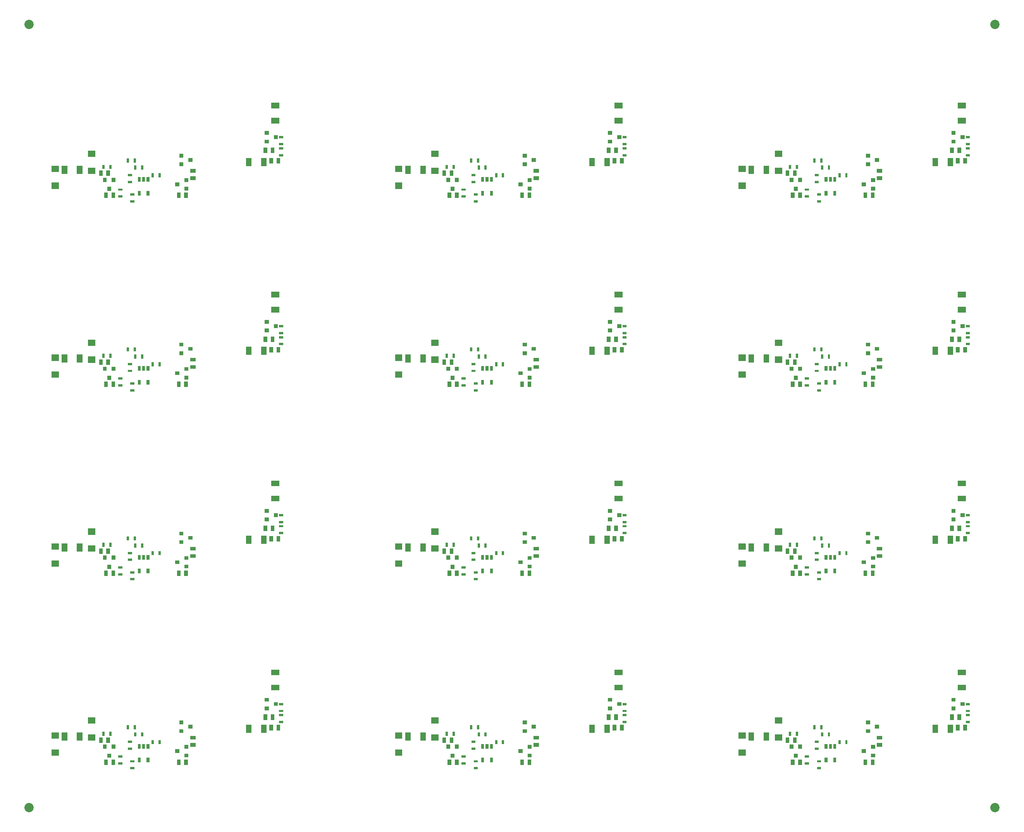
<source format=gbp>
*
%FSLAX36Y36*%
%MOIN*%
%ADD10R,0.019690X0.019690*%
%ADD11R,0.031500X0.031500*%
%ADD12R,0.032000X0.032000*%
%ADD13R,0.054000X0.054000*%
%ADD14R,0.048000X0.048000*%
%ADD15R,0.024000X0.024000*%
%ADD16C,0.079921*%
%IPPOS*%
%LNgbp*%
%LPD*%
G75*
G54D10*
X1137010Y446800D02*
X1152750D01*
X1137010Y387750D02*
X1152750D01*
X1157010Y279800D02*
X1172750D01*
X1157010Y220750D02*
X1172750D01*
X1052010Y321800D02*
X1067750D01*
X1052010Y262750D02*
X1067750D01*
X2437330Y617980D02*
X2453070D01*
X2437330Y677030D02*
X2453070D01*
X2437330Y712980D02*
X2453070D01*
X2437330Y772030D02*
X2453070D01*
X974400Y509410D02*
Y525150D01*
X915350Y509410D02*
Y525150D01*
X1125350Y564410D02*
Y580150D01*
X1184400Y564410D02*
Y580150D01*
X1340470Y437240D02*
Y452980D01*
X1399520Y437240D02*
Y452980D01*
X1190470Y503420D02*
Y519160D01*
X1249520Y503420D02*
Y519160D01*
G54D11*
X1677010Y420780D02*
X1692750D01*
X1677010Y483770D02*
X1692750D01*
G54D12*
X927880Y404280D02*
Y408280D01*
X1001880Y404280D02*
Y408280D01*
X964880Y326280D02*
Y330280D01*
G54D13*
X497500Y501110D02*
X506500D01*
X497500Y355110D02*
X506500D01*
X810380Y484280D02*
X819380D01*
X810380Y630280D02*
X819380D01*
G54D14*
X2382000Y1045000D02*
X2404000D01*
X2382000Y915000D02*
X2404000D01*
X711000Y482110D02*
Y504110D01*
X581000Y482110D02*
Y504110D01*
X2165000Y549000D02*
Y571000D01*
X2295000Y549000D02*
Y571000D01*
G54D12*
X1583880Y540280D02*
X1587880D01*
X1583880Y614280D02*
X1587880D01*
X1661880Y577280D02*
X1665880D01*
X1626880Y404280D02*
X1630880D01*
X1626880Y330280D02*
X1630880D01*
X1548880Y367280D02*
X1552880D01*
X2319200Y735510D02*
X2323200D01*
X2319200Y809510D02*
X2323200D01*
X2397200Y772510D02*
X2401200D01*
G54D11*
X956370Y454410D02*
Y470150D01*
X893380Y454410D02*
Y470150D01*
X1626370Y264410D02*
Y280150D01*
X1563380Y264410D02*
Y280150D01*
X938380Y264410D02*
Y280150D01*
X1001370Y264410D02*
Y280150D01*
X2308500Y652130D02*
Y667870D01*
X2371490Y652130D02*
Y667870D01*
X2421490Y562130D02*
Y577870D01*
X2358500Y562130D02*
Y577870D01*
G54D15*
X1224590Y401160D02*
Y417160D01*
X1262000Y401160D02*
Y417160D01*
X1299400Y401160D02*
Y417160D01*
Y283050D02*
Y299050D01*
X1224590Y283050D02*
Y299050D01*
G54D10*
X1137010Y2072780D02*
X1152750D01*
X1137010Y2013730D02*
X1152750D01*
X1157010Y1905780D02*
X1172750D01*
X1157010Y1846730D02*
X1172750D01*
X1052010Y1947780D02*
X1067750D01*
X1052010Y1888730D02*
X1067750D01*
X2437330Y2243960D02*
X2453070D01*
X2437330Y2303010D02*
X2453070D01*
X2437330Y2338960D02*
X2453070D01*
X2437330Y2398010D02*
X2453070D01*
X974400Y2135390D02*
Y2151130D01*
X915350Y2135390D02*
Y2151130D01*
X1125350Y2190390D02*
Y2206130D01*
X1184400Y2190390D02*
Y2206130D01*
X1340470Y2063220D02*
Y2078960D01*
X1399520Y2063220D02*
Y2078960D01*
X1190470Y2129400D02*
Y2145140D01*
X1249520Y2129400D02*
Y2145140D01*
G54D11*
X1677010Y2046760D02*
X1692750D01*
X1677010Y2109750D02*
X1692750D01*
G54D12*
X927880Y2030260D02*
Y2034260D01*
X1001880Y2030260D02*
Y2034260D01*
X964880Y1952260D02*
Y1956260D01*
G54D13*
X497500Y2127090D02*
X506500D01*
X497500Y1981090D02*
X506500D01*
X810380Y2110260D02*
X819380D01*
X810380Y2256260D02*
X819380D01*
G54D14*
X2382000Y2670980D02*
X2404000D01*
X2382000Y2540980D02*
X2404000D01*
X711000Y2108090D02*
Y2130090D01*
X581000Y2108090D02*
Y2130090D01*
X2165000Y2174980D02*
Y2196980D01*
X2295000Y2174980D02*
Y2196980D01*
G54D12*
X1583880Y2166260D02*
X1587880D01*
X1583880Y2240260D02*
X1587880D01*
X1661880Y2203260D02*
X1665880D01*
X1626880Y2030260D02*
X1630880D01*
X1626880Y1956260D02*
X1630880D01*
X1548880Y1993260D02*
X1552880D01*
X2319200Y2361490D02*
X2323200D01*
X2319200Y2435490D02*
X2323200D01*
X2397200Y2398490D02*
X2401200D01*
G54D11*
X956370Y2080390D02*
Y2096130D01*
X893380Y2080390D02*
Y2096130D01*
X1626370Y1890390D02*
Y1906130D01*
X1563380Y1890390D02*
Y1906130D01*
X938380Y1890390D02*
Y1906130D01*
X1001370Y1890390D02*
Y1906130D01*
X2308500Y2278110D02*
Y2293850D01*
X2371490Y2278110D02*
Y2293850D01*
X2421490Y2188110D02*
Y2203850D01*
X2358500Y2188110D02*
Y2203850D01*
G54D15*
X1224590Y2027140D02*
Y2043140D01*
X1262000Y2027140D02*
Y2043140D01*
X1299400Y2027140D02*
Y2043140D01*
Y1909030D02*
Y1925030D01*
X1224590Y1909030D02*
Y1925030D01*
G54D10*
X1137010Y3698761D02*
X1152750D01*
X1137010Y3639711D02*
X1152750D01*
X1157010Y3531761D02*
X1172750D01*
X1157010Y3472711D02*
X1172750D01*
X1052010Y3573761D02*
X1067750D01*
X1052010Y3514711D02*
X1067750D01*
X2437330Y3869941D02*
X2453070D01*
X2437330Y3928991D02*
X2453070D01*
X2437330Y3964941D02*
X2453070D01*
X2437330Y4023991D02*
X2453070D01*
X974400Y3761371D02*
Y3777111D01*
X915350Y3761371D02*
Y3777111D01*
X1125350Y3816371D02*
Y3832111D01*
X1184400Y3816371D02*
Y3832111D01*
X1340470Y3689201D02*
Y3704941D01*
X1399520Y3689201D02*
Y3704941D01*
X1190470Y3755381D02*
Y3771121D01*
X1249520Y3755381D02*
Y3771121D01*
G54D11*
X1677010Y3672741D02*
X1692750D01*
X1677010Y3735731D02*
X1692750D01*
G54D12*
X927880Y3656241D02*
Y3660241D01*
X1001880Y3656241D02*
Y3660241D01*
X964880Y3578241D02*
Y3582241D01*
G54D13*
X497500Y3753071D02*
X506500D01*
X497500Y3607071D02*
X506500D01*
X810380Y3736241D02*
X819380D01*
X810380Y3882241D02*
X819380D01*
G54D14*
X2382000Y4296961D02*
X2404000D01*
X2382000Y4166961D02*
X2404000D01*
X711000Y3734071D02*
Y3756071D01*
X581000Y3734071D02*
Y3756071D01*
X2165000Y3800961D02*
Y3822961D01*
X2295000Y3800961D02*
Y3822961D01*
G54D12*
X1583880Y3792241D02*
X1587880D01*
X1583880Y3866241D02*
X1587880D01*
X1661880Y3829241D02*
X1665880D01*
X1626880Y3656241D02*
X1630880D01*
X1626880Y3582241D02*
X1630880D01*
X1548880Y3619241D02*
X1552880D01*
X2319200Y3987471D02*
X2323200D01*
X2319200Y4061471D02*
X2323200D01*
X2397200Y4024471D02*
X2401200D01*
G54D11*
X956370Y3706371D02*
Y3722111D01*
X893380Y3706371D02*
Y3722111D01*
X1626370Y3516371D02*
Y3532111D01*
X1563380Y3516371D02*
Y3532111D01*
X938380Y3516371D02*
Y3532111D01*
X1001370Y3516371D02*
Y3532111D01*
X2308500Y3904091D02*
Y3919831D01*
X2371490Y3904091D02*
Y3919831D01*
X2421490Y3814091D02*
Y3829831D01*
X2358500Y3814091D02*
Y3829831D01*
G54D15*
X1224590Y3653121D02*
Y3669121D01*
X1262000Y3653121D02*
Y3669121D01*
X1299400Y3653121D02*
Y3669121D01*
Y3535011D02*
Y3551011D01*
X1224590Y3535011D02*
Y3551011D01*
G54D10*
X1137010Y5324741D02*
X1152750D01*
X1137010Y5265691D02*
X1152750D01*
X1157010Y5157741D02*
X1172750D01*
X1157010Y5098691D02*
X1172750D01*
X1052010Y5199741D02*
X1067750D01*
X1052010Y5140691D02*
X1067750D01*
X2437330Y5495921D02*
X2453070D01*
X2437330Y5554971D02*
X2453070D01*
X2437330Y5590921D02*
X2453070D01*
X2437330Y5649971D02*
X2453070D01*
X974400Y5387351D02*
Y5403091D01*
X915350Y5387351D02*
Y5403091D01*
X1125350Y5442351D02*
Y5458091D01*
X1184400Y5442351D02*
Y5458091D01*
X1340470Y5315181D02*
Y5330921D01*
X1399520Y5315181D02*
Y5330921D01*
X1190470Y5381361D02*
Y5397101D01*
X1249520Y5381361D02*
Y5397101D01*
G54D11*
X1677010Y5298721D02*
X1692750D01*
X1677010Y5361711D02*
X1692750D01*
G54D12*
X927880Y5282221D02*
Y5286221D01*
X1001880Y5282221D02*
Y5286221D01*
X964880Y5204221D02*
Y5208221D01*
G54D13*
X497500Y5379051D02*
X506500D01*
X497500Y5233051D02*
X506500D01*
X810380Y5362221D02*
X819380D01*
X810380Y5508221D02*
X819380D01*
G54D14*
X2382000Y5922941D02*
X2404000D01*
X2382000Y5792941D02*
X2404000D01*
X711000Y5360051D02*
Y5382051D01*
X581000Y5360051D02*
Y5382051D01*
X2165000Y5426941D02*
Y5448941D01*
X2295000Y5426941D02*
Y5448941D01*
G54D12*
X1583880Y5418221D02*
X1587880D01*
X1583880Y5492221D02*
X1587880D01*
X1661880Y5455221D02*
X1665880D01*
X1626880Y5282221D02*
X1630880D01*
X1626880Y5208221D02*
X1630880D01*
X1548880Y5245221D02*
X1552880D01*
X2319200Y5613451D02*
X2323200D01*
X2319200Y5687451D02*
X2323200D01*
X2397200Y5650451D02*
X2401200D01*
G54D11*
X956370Y5332351D02*
Y5348091D01*
X893380Y5332351D02*
Y5348091D01*
X1626370Y5142351D02*
Y5158091D01*
X1563380Y5142351D02*
Y5158091D01*
X938380Y5142351D02*
Y5158091D01*
X1001370Y5142351D02*
Y5158091D01*
X2308500Y5530071D02*
Y5545811D01*
X2371490Y5530071D02*
Y5545811D01*
X2421490Y5440071D02*
Y5455811D01*
X2358500Y5440071D02*
Y5455811D01*
G54D15*
X1224590Y5279101D02*
Y5295101D01*
X1262000Y5279101D02*
Y5295101D01*
X1299400Y5279101D02*
Y5295101D01*
Y5160991D02*
Y5176991D01*
X1224590Y5160991D02*
Y5176991D01*
G54D10*
X4090939Y446800D02*
X4106679D01*
X4090939Y387750D02*
X4106679D01*
X4110939Y279800D02*
X4126679D01*
X4110939Y220750D02*
X4126679D01*
X4005939Y321800D02*
X4021679D01*
X4005939Y262750D02*
X4021679D01*
X5391259Y617980D02*
X5406999D01*
X5391259Y677030D02*
X5406999D01*
X5391259Y712980D02*
X5406999D01*
X5391259Y772030D02*
X5406999D01*
X3928329Y509410D02*
Y525150D01*
X3869279Y509410D02*
Y525150D01*
X4079279Y564410D02*
Y580150D01*
X4138329Y564410D02*
Y580150D01*
X4294399Y437240D02*
Y452980D01*
X4353449Y437240D02*
Y452980D01*
X4144399Y503420D02*
Y519160D01*
X4203449Y503420D02*
Y519160D01*
G54D11*
X4630939Y420780D02*
X4646679D01*
X4630939Y483770D02*
X4646679D01*
G54D12*
X3881809Y404280D02*
Y408280D01*
X3955809Y404280D02*
Y408280D01*
X3918809Y326280D02*
Y330280D01*
G54D13*
X3451429Y501110D02*
X3460429D01*
X3451429Y355110D02*
X3460429D01*
X3764309Y484280D02*
X3773309D01*
X3764309Y630280D02*
X3773309D01*
G54D14*
X5335929Y1045000D02*
X5357929D01*
X5335929Y915000D02*
X5357929D01*
X3664929Y482110D02*
Y504110D01*
X3534929Y482110D02*
Y504110D01*
X5118929Y549000D02*
Y571000D01*
X5248929Y549000D02*
Y571000D01*
G54D12*
X4537809Y540280D02*
X4541809D01*
X4537809Y614280D02*
X4541809D01*
X4615809Y577280D02*
X4619809D01*
X4580809Y404280D02*
X4584809D01*
X4580809Y330280D02*
X4584809D01*
X4502809Y367280D02*
X4506809D01*
X5273129Y735510D02*
X5277129D01*
X5273129Y809510D02*
X5277129D01*
X5351129Y772510D02*
X5355129D01*
G54D11*
X3910299Y454410D02*
Y470150D01*
X3847309Y454410D02*
Y470150D01*
X4580299Y264410D02*
Y280150D01*
X4517309Y264410D02*
Y280150D01*
X3892309Y264410D02*
Y280150D01*
X3955299Y264410D02*
Y280150D01*
X5262429Y652130D02*
Y667870D01*
X5325419Y652130D02*
Y667870D01*
X5375419Y562130D02*
Y577870D01*
X5312429Y562130D02*
Y577870D01*
G54D15*
X4178519Y401160D02*
Y417160D01*
X4215929Y401160D02*
Y417160D01*
X4253329Y401160D02*
Y417160D01*
Y283050D02*
Y299050D01*
X4178519Y283050D02*
Y299050D01*
G54D10*
X4090939Y2072780D02*
X4106679D01*
X4090939Y2013730D02*
X4106679D01*
X4110939Y1905780D02*
X4126679D01*
X4110939Y1846730D02*
X4126679D01*
X4005939Y1947780D02*
X4021679D01*
X4005939Y1888730D02*
X4021679D01*
X5391259Y2243960D02*
X5406999D01*
X5391259Y2303010D02*
X5406999D01*
X5391259Y2338960D02*
X5406999D01*
X5391259Y2398010D02*
X5406999D01*
X3928329Y2135390D02*
Y2151130D01*
X3869279Y2135390D02*
Y2151130D01*
X4079279Y2190390D02*
Y2206130D01*
X4138329Y2190390D02*
Y2206130D01*
X4294399Y2063220D02*
Y2078960D01*
X4353449Y2063220D02*
Y2078960D01*
X4144399Y2129400D02*
Y2145140D01*
X4203449Y2129400D02*
Y2145140D01*
G54D11*
X4630939Y2046760D02*
X4646679D01*
X4630939Y2109750D02*
X4646679D01*
G54D12*
X3881809Y2030260D02*
Y2034260D01*
X3955809Y2030260D02*
Y2034260D01*
X3918809Y1952260D02*
Y1956260D01*
G54D13*
X3451429Y2127090D02*
X3460429D01*
X3451429Y1981090D02*
X3460429D01*
X3764309Y2110260D02*
X3773309D01*
X3764309Y2256260D02*
X3773309D01*
G54D14*
X5335929Y2670980D02*
X5357929D01*
X5335929Y2540980D02*
X5357929D01*
X3664929Y2108090D02*
Y2130090D01*
X3534929Y2108090D02*
Y2130090D01*
X5118929Y2174980D02*
Y2196980D01*
X5248929Y2174980D02*
Y2196980D01*
G54D12*
X4537809Y2166260D02*
X4541809D01*
X4537809Y2240260D02*
X4541809D01*
X4615809Y2203260D02*
X4619809D01*
X4580809Y2030260D02*
X4584809D01*
X4580809Y1956260D02*
X4584809D01*
X4502809Y1993260D02*
X4506809D01*
X5273129Y2361490D02*
X5277129D01*
X5273129Y2435490D02*
X5277129D01*
X5351129Y2398490D02*
X5355129D01*
G54D11*
X3910299Y2080390D02*
Y2096130D01*
X3847309Y2080390D02*
Y2096130D01*
X4580299Y1890390D02*
Y1906130D01*
X4517309Y1890390D02*
Y1906130D01*
X3892309Y1890390D02*
Y1906130D01*
X3955299Y1890390D02*
Y1906130D01*
X5262429Y2278110D02*
Y2293850D01*
X5325419Y2278110D02*
Y2293850D01*
X5375419Y2188110D02*
Y2203850D01*
X5312429Y2188110D02*
Y2203850D01*
G54D15*
X4178519Y2027140D02*
Y2043140D01*
X4215929Y2027140D02*
Y2043140D01*
X4253329Y2027140D02*
Y2043140D01*
Y1909030D02*
Y1925030D01*
X4178519Y1909030D02*
Y1925030D01*
G54D10*
X4090939Y3698761D02*
X4106679D01*
X4090939Y3639711D02*
X4106679D01*
X4110939Y3531761D02*
X4126679D01*
X4110939Y3472711D02*
X4126679D01*
X4005939Y3573761D02*
X4021679D01*
X4005939Y3514711D02*
X4021679D01*
X5391259Y3869941D02*
X5406999D01*
X5391259Y3928991D02*
X5406999D01*
X5391259Y3964941D02*
X5406999D01*
X5391259Y4023991D02*
X5406999D01*
X3928329Y3761371D02*
Y3777111D01*
X3869279Y3761371D02*
Y3777111D01*
X4079279Y3816371D02*
Y3832111D01*
X4138329Y3816371D02*
Y3832111D01*
X4294399Y3689201D02*
Y3704941D01*
X4353449Y3689201D02*
Y3704941D01*
X4144399Y3755381D02*
Y3771121D01*
X4203449Y3755381D02*
Y3771121D01*
G54D11*
X4630939Y3672741D02*
X4646679D01*
X4630939Y3735731D02*
X4646679D01*
G54D12*
X3881809Y3656241D02*
Y3660241D01*
X3955809Y3656241D02*
Y3660241D01*
X3918809Y3578241D02*
Y3582241D01*
G54D13*
X3451429Y3753071D02*
X3460429D01*
X3451429Y3607071D02*
X3460429D01*
X3764309Y3736241D02*
X3773309D01*
X3764309Y3882241D02*
X3773309D01*
G54D14*
X5335929Y4296961D02*
X5357929D01*
X5335929Y4166961D02*
X5357929D01*
X3664929Y3734071D02*
Y3756071D01*
X3534929Y3734071D02*
Y3756071D01*
X5118929Y3800961D02*
Y3822961D01*
X5248929Y3800961D02*
Y3822961D01*
G54D12*
X4537809Y3792241D02*
X4541809D01*
X4537809Y3866241D02*
X4541809D01*
X4615809Y3829241D02*
X4619809D01*
X4580809Y3656241D02*
X4584809D01*
X4580809Y3582241D02*
X4584809D01*
X4502809Y3619241D02*
X4506809D01*
X5273129Y3987471D02*
X5277129D01*
X5273129Y4061471D02*
X5277129D01*
X5351129Y4024471D02*
X5355129D01*
G54D11*
X3910299Y3706371D02*
Y3722111D01*
X3847309Y3706371D02*
Y3722111D01*
X4580299Y3516371D02*
Y3532111D01*
X4517309Y3516371D02*
Y3532111D01*
X3892309Y3516371D02*
Y3532111D01*
X3955299Y3516371D02*
Y3532111D01*
X5262429Y3904091D02*
Y3919831D01*
X5325419Y3904091D02*
Y3919831D01*
X5375419Y3814091D02*
Y3829831D01*
X5312429Y3814091D02*
Y3829831D01*
G54D15*
X4178519Y3653121D02*
Y3669121D01*
X4215929Y3653121D02*
Y3669121D01*
X4253329Y3653121D02*
Y3669121D01*
Y3535011D02*
Y3551011D01*
X4178519Y3535011D02*
Y3551011D01*
G54D10*
X4090939Y5324741D02*
X4106679D01*
X4090939Y5265691D02*
X4106679D01*
X4110939Y5157741D02*
X4126679D01*
X4110939Y5098691D02*
X4126679D01*
X4005939Y5199741D02*
X4021679D01*
X4005939Y5140691D02*
X4021679D01*
X5391259Y5495921D02*
X5406999D01*
X5391259Y5554971D02*
X5406999D01*
X5391259Y5590921D02*
X5406999D01*
X5391259Y5649971D02*
X5406999D01*
X3928329Y5387351D02*
Y5403091D01*
X3869279Y5387351D02*
Y5403091D01*
X4079279Y5442351D02*
Y5458091D01*
X4138329Y5442351D02*
Y5458091D01*
X4294399Y5315181D02*
Y5330921D01*
X4353449Y5315181D02*
Y5330921D01*
X4144399Y5381361D02*
Y5397101D01*
X4203449Y5381361D02*
Y5397101D01*
G54D11*
X4630939Y5298721D02*
X4646679D01*
X4630939Y5361711D02*
X4646679D01*
G54D12*
X3881809Y5282221D02*
Y5286221D01*
X3955809Y5282221D02*
Y5286221D01*
X3918809Y5204221D02*
Y5208221D01*
G54D13*
X3451429Y5379051D02*
X3460429D01*
X3451429Y5233051D02*
X3460429D01*
X3764309Y5362221D02*
X3773309D01*
X3764309Y5508221D02*
X3773309D01*
G54D14*
X5335929Y5922941D02*
X5357929D01*
X5335929Y5792941D02*
X5357929D01*
X3664929Y5360051D02*
Y5382051D01*
X3534929Y5360051D02*
Y5382051D01*
X5118929Y5426941D02*
Y5448941D01*
X5248929Y5426941D02*
Y5448941D01*
G54D12*
X4537809Y5418221D02*
X4541809D01*
X4537809Y5492221D02*
X4541809D01*
X4615809Y5455221D02*
X4619809D01*
X4580809Y5282221D02*
X4584809D01*
X4580809Y5208221D02*
X4584809D01*
X4502809Y5245221D02*
X4506809D01*
X5273129Y5613451D02*
X5277129D01*
X5273129Y5687451D02*
X5277129D01*
X5351129Y5650451D02*
X5355129D01*
G54D11*
X3910299Y5332351D02*
Y5348091D01*
X3847309Y5332351D02*
Y5348091D01*
X4580299Y5142351D02*
Y5158091D01*
X4517309Y5142351D02*
Y5158091D01*
X3892309Y5142351D02*
Y5158091D01*
X3955299Y5142351D02*
Y5158091D01*
X5262429Y5530071D02*
Y5545811D01*
X5325419Y5530071D02*
Y5545811D01*
X5375419Y5440071D02*
Y5455811D01*
X5312429Y5440071D02*
Y5455811D01*
G54D15*
X4178519Y5279101D02*
Y5295101D01*
X4215929Y5279101D02*
Y5295101D01*
X4253329Y5279101D02*
Y5295101D01*
Y5160991D02*
Y5176991D01*
X4178519Y5160991D02*
Y5176991D01*
G54D10*
X7044868Y446800D02*
X7060608D01*
X7044868Y387750D02*
X7060608D01*
X7064868Y279800D02*
X7080608D01*
X7064868Y220750D02*
X7080608D01*
X6959868Y321800D02*
X6975608D01*
X6959868Y262750D02*
X6975608D01*
X8345188Y617980D02*
X8360928D01*
X8345188Y677030D02*
X8360928D01*
X8345188Y712980D02*
X8360928D01*
X8345188Y772030D02*
X8360928D01*
X6882258Y509410D02*
Y525150D01*
X6823208Y509410D02*
Y525150D01*
X7033208Y564410D02*
Y580150D01*
X7092258Y564410D02*
Y580150D01*
X7248328Y437240D02*
Y452980D01*
X7307378Y437240D02*
Y452980D01*
X7098328Y503420D02*
Y519160D01*
X7157378Y503420D02*
Y519160D01*
G54D11*
X7584868Y420780D02*
X7600608D01*
X7584868Y483770D02*
X7600608D01*
G54D12*
X6835738Y404280D02*
Y408280D01*
X6909738Y404280D02*
Y408280D01*
X6872738Y326280D02*
Y330280D01*
G54D13*
X6405358Y501110D02*
X6414358D01*
X6405358Y355110D02*
X6414358D01*
X6718238Y484280D02*
X6727238D01*
X6718238Y630280D02*
X6727238D01*
G54D14*
X8289858Y1045000D02*
X8311858D01*
X8289858Y915000D02*
X8311858D01*
X6618858Y482110D02*
Y504110D01*
X6488858Y482110D02*
Y504110D01*
X8072858Y549000D02*
Y571000D01*
X8202858Y549000D02*
Y571000D01*
G54D12*
X7491738Y540280D02*
X7495738D01*
X7491738Y614280D02*
X7495738D01*
X7569738Y577280D02*
X7573738D01*
X7534738Y404280D02*
X7538738D01*
X7534738Y330280D02*
X7538738D01*
X7456738Y367280D02*
X7460738D01*
X8227058Y735510D02*
X8231058D01*
X8227058Y809510D02*
X8231058D01*
X8305058Y772510D02*
X8309058D01*
G54D11*
X6864228Y454410D02*
Y470150D01*
X6801238Y454410D02*
Y470150D01*
X7534228Y264410D02*
Y280150D01*
X7471238Y264410D02*
Y280150D01*
X6846238Y264410D02*
Y280150D01*
X6909228Y264410D02*
Y280150D01*
X8216358Y652130D02*
Y667870D01*
X8279348Y652130D02*
Y667870D01*
X8329348Y562130D02*
Y577870D01*
X8266358Y562130D02*
Y577870D01*
G54D15*
X7132448Y401160D02*
Y417160D01*
X7169858Y401160D02*
Y417160D01*
X7207258Y401160D02*
Y417160D01*
Y283050D02*
Y299050D01*
X7132448Y283050D02*
Y299050D01*
G54D10*
X7044868Y2072780D02*
X7060608D01*
X7044868Y2013730D02*
X7060608D01*
X7064868Y1905780D02*
X7080608D01*
X7064868Y1846730D02*
X7080608D01*
X6959868Y1947780D02*
X6975608D01*
X6959868Y1888730D02*
X6975608D01*
X8345188Y2243960D02*
X8360928D01*
X8345188Y2303010D02*
X8360928D01*
X8345188Y2338960D02*
X8360928D01*
X8345188Y2398010D02*
X8360928D01*
X6882258Y2135390D02*
Y2151130D01*
X6823208Y2135390D02*
Y2151130D01*
X7033208Y2190390D02*
Y2206130D01*
X7092258Y2190390D02*
Y2206130D01*
X7248328Y2063220D02*
Y2078960D01*
X7307378Y2063220D02*
Y2078960D01*
X7098328Y2129400D02*
Y2145140D01*
X7157378Y2129400D02*
Y2145140D01*
G54D11*
X7584868Y2046760D02*
X7600608D01*
X7584868Y2109750D02*
X7600608D01*
G54D12*
X6835738Y2030260D02*
Y2034260D01*
X6909738Y2030260D02*
Y2034260D01*
X6872738Y1952260D02*
Y1956260D01*
G54D13*
X6405358Y2127090D02*
X6414358D01*
X6405358Y1981090D02*
X6414358D01*
X6718238Y2110260D02*
X6727238D01*
X6718238Y2256260D02*
X6727238D01*
G54D14*
X8289858Y2670980D02*
X8311858D01*
X8289858Y2540980D02*
X8311858D01*
X6618858Y2108090D02*
Y2130090D01*
X6488858Y2108090D02*
Y2130090D01*
X8072858Y2174980D02*
Y2196980D01*
X8202858Y2174980D02*
Y2196980D01*
G54D12*
X7491738Y2166260D02*
X7495738D01*
X7491738Y2240260D02*
X7495738D01*
X7569738Y2203260D02*
X7573738D01*
X7534738Y2030260D02*
X7538738D01*
X7534738Y1956260D02*
X7538738D01*
X7456738Y1993260D02*
X7460738D01*
X8227058Y2361490D02*
X8231058D01*
X8227058Y2435490D02*
X8231058D01*
X8305058Y2398490D02*
X8309058D01*
G54D11*
X6864228Y2080390D02*
Y2096130D01*
X6801238Y2080390D02*
Y2096130D01*
X7534228Y1890390D02*
Y1906130D01*
X7471238Y1890390D02*
Y1906130D01*
X6846238Y1890390D02*
Y1906130D01*
X6909228Y1890390D02*
Y1906130D01*
X8216358Y2278110D02*
Y2293850D01*
X8279348Y2278110D02*
Y2293850D01*
X8329348Y2188110D02*
Y2203850D01*
X8266358Y2188110D02*
Y2203850D01*
G54D15*
X7132448Y2027140D02*
Y2043140D01*
X7169858Y2027140D02*
Y2043140D01*
X7207258Y2027140D02*
Y2043140D01*
Y1909030D02*
Y1925030D01*
X7132448Y1909030D02*
Y1925030D01*
G54D10*
X7044868Y3698761D02*
X7060608D01*
X7044868Y3639711D02*
X7060608D01*
X7064868Y3531761D02*
X7080608D01*
X7064868Y3472711D02*
X7080608D01*
X6959868Y3573761D02*
X6975608D01*
X6959868Y3514711D02*
X6975608D01*
X8345188Y3869941D02*
X8360928D01*
X8345188Y3928991D02*
X8360928D01*
X8345188Y3964941D02*
X8360928D01*
X8345188Y4023991D02*
X8360928D01*
X6882258Y3761371D02*
Y3777111D01*
X6823208Y3761371D02*
Y3777111D01*
X7033208Y3816371D02*
Y3832111D01*
X7092258Y3816371D02*
Y3832111D01*
X7248328Y3689201D02*
Y3704941D01*
X7307378Y3689201D02*
Y3704941D01*
X7098328Y3755381D02*
Y3771121D01*
X7157378Y3755381D02*
Y3771121D01*
G54D11*
X7584868Y3672741D02*
X7600608D01*
X7584868Y3735731D02*
X7600608D01*
G54D12*
X6835738Y3656241D02*
Y3660241D01*
X6909738Y3656241D02*
Y3660241D01*
X6872738Y3578241D02*
Y3582241D01*
G54D13*
X6405358Y3753071D02*
X6414358D01*
X6405358Y3607071D02*
X6414358D01*
X6718238Y3736241D02*
X6727238D01*
X6718238Y3882241D02*
X6727238D01*
G54D14*
X8289858Y4296961D02*
X8311858D01*
X8289858Y4166961D02*
X8311858D01*
X6618858Y3734071D02*
Y3756071D01*
X6488858Y3734071D02*
Y3756071D01*
X8072858Y3800961D02*
Y3822961D01*
X8202858Y3800961D02*
Y3822961D01*
G54D12*
X7491738Y3792241D02*
X7495738D01*
X7491738Y3866241D02*
X7495738D01*
X7569738Y3829241D02*
X7573738D01*
X7534738Y3656241D02*
X7538738D01*
X7534738Y3582241D02*
X7538738D01*
X7456738Y3619241D02*
X7460738D01*
X8227058Y3987471D02*
X8231058D01*
X8227058Y4061471D02*
X8231058D01*
X8305058Y4024471D02*
X8309058D01*
G54D11*
X6864228Y3706371D02*
Y3722111D01*
X6801238Y3706371D02*
Y3722111D01*
X7534228Y3516371D02*
Y3532111D01*
X7471238Y3516371D02*
Y3532111D01*
X6846238Y3516371D02*
Y3532111D01*
X6909228Y3516371D02*
Y3532111D01*
X8216358Y3904091D02*
Y3919831D01*
X8279348Y3904091D02*
Y3919831D01*
X8329348Y3814091D02*
Y3829831D01*
X8266358Y3814091D02*
Y3829831D01*
G54D15*
X7132448Y3653121D02*
Y3669121D01*
X7169858Y3653121D02*
Y3669121D01*
X7207258Y3653121D02*
Y3669121D01*
Y3535011D02*
Y3551011D01*
X7132448Y3535011D02*
Y3551011D01*
G54D10*
X7044868Y5324741D02*
X7060608D01*
X7044868Y5265691D02*
X7060608D01*
X7064868Y5157741D02*
X7080608D01*
X7064868Y5098691D02*
X7080608D01*
X6959868Y5199741D02*
X6975608D01*
X6959868Y5140691D02*
X6975608D01*
X8345188Y5495921D02*
X8360928D01*
X8345188Y5554971D02*
X8360928D01*
X8345188Y5590921D02*
X8360928D01*
X8345188Y5649971D02*
X8360928D01*
X6882258Y5387351D02*
Y5403091D01*
X6823208Y5387351D02*
Y5403091D01*
X7033208Y5442351D02*
Y5458091D01*
X7092258Y5442351D02*
Y5458091D01*
X7248328Y5315181D02*
Y5330921D01*
X7307378Y5315181D02*
Y5330921D01*
X7098328Y5381361D02*
Y5397101D01*
X7157378Y5381361D02*
Y5397101D01*
G54D11*
X7584868Y5298721D02*
X7600608D01*
X7584868Y5361711D02*
X7600608D01*
G54D12*
X6835738Y5282221D02*
Y5286221D01*
X6909738Y5282221D02*
Y5286221D01*
X6872738Y5204221D02*
Y5208221D01*
G54D13*
X6405358Y5379051D02*
X6414358D01*
X6405358Y5233051D02*
X6414358D01*
X6718238Y5362221D02*
X6727238D01*
X6718238Y5508221D02*
X6727238D01*
G54D14*
X8289858Y5922941D02*
X8311858D01*
X8289858Y5792941D02*
X8311858D01*
X6618858Y5360051D02*
Y5382051D01*
X6488858Y5360051D02*
Y5382051D01*
X8072858Y5426941D02*
Y5448941D01*
X8202858Y5426941D02*
Y5448941D01*
G54D12*
X7491738Y5418221D02*
X7495738D01*
X7491738Y5492221D02*
X7495738D01*
X7569738Y5455221D02*
X7573738D01*
X7534738Y5282221D02*
X7538738D01*
X7534738Y5208221D02*
X7538738D01*
X7456738Y5245221D02*
X7460738D01*
X8227058Y5613451D02*
X8231058D01*
X8227058Y5687451D02*
X8231058D01*
X8305058Y5650451D02*
X8309058D01*
G54D11*
X6864228Y5332351D02*
Y5348091D01*
X6801238Y5332351D02*
Y5348091D01*
X7534228Y5142351D02*
Y5158091D01*
X7471238Y5142351D02*
Y5158091D01*
X6846238Y5142351D02*
Y5158091D01*
X6909228Y5142351D02*
Y5158091D01*
X8216358Y5530071D02*
Y5545811D01*
X8279348Y5530071D02*
Y5545811D01*
X8329348Y5440071D02*
Y5455811D01*
X8266358Y5440071D02*
Y5455811D01*
G54D15*
X7132448Y5279101D02*
Y5295101D01*
X7169858Y5279101D02*
Y5295101D01*
X7207258Y5279101D02*
Y5295101D01*
Y5160991D02*
Y5176991D01*
X7132448Y5160991D02*
Y5176991D01*
G54D16*
X275591Y-118110D03*
G54D16*
X8586198D03*
G54D16*
X275591Y6622031D03*
X8586198D03*
M02*

</source>
